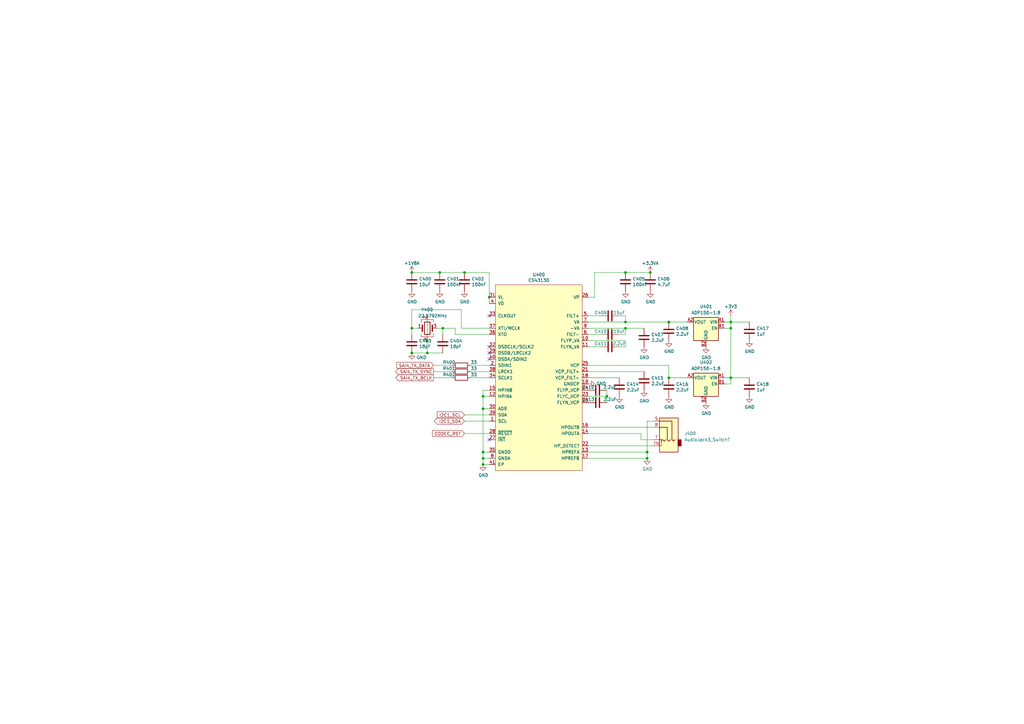
<source format=kicad_sch>
(kicad_sch (version 20210126) (generator eeschema)
  (paper "A3")
  (title_block (title "Fobu") (date "2021-02-17") (rev "0.3") (company "Wenting Zhang") (comment 1 "zephray@outlook.com"))
  (lib_symbols
    (symbol "Device:C" (pin_numbers hide) (pin_names (offset 0.254))
      (property "Reference" "C" (at 0.635 2.54 0))
      (property "Value" "C" (at 0.635 -2.54 0))
      (symbol "C_0_1"
        (polyline (pts (xy -2.032 -0.762) (xy 2.032 -0.762)) (stroke (width 0.508)))
        (polyline (pts (xy -2.032 0.762) (xy 2.032 0.762)) (stroke (width 0.508)))
      )
      (symbol "C_1_1"
        (pin passive line (at 0 3.81 270) (length 2.794) (name "~") (number "1"))
        (pin passive line (at 0 -3.81 90) (length 2.794) (name "~") (number "2"))
      )
    )
    (symbol "Device:Crystal_GND24" (pin_names (offset 1.016) hide)
      (property "Reference" "Y" (at 3.175 5.08 0))
      (property "Value" "Crystal_GND24" (at 3.175 3.175 0))
      (symbol "Crystal_GND24_0_1"
        (rectangle (start -1.143 2.54) (end 1.143 -2.54) (stroke (width 0.3048)))
        (polyline (pts (xy -2.54 0) (xy -2.032 0)))
        (polyline (pts (xy -2.032 -1.27) (xy -2.032 1.27)) (stroke (width 0.508)))
        (polyline (pts (xy 0 -3.81) (xy 0 -3.556)))
        (polyline (pts (xy 0 3.556) (xy 0 3.81)))
        (polyline (pts (xy 2.032 -1.27) (xy 2.032 1.27)) (stroke (width 0.508)))
        (polyline (pts (xy 2.032 0) (xy 2.54 0)))
        (polyline (pts (xy -2.54 -2.286) (xy -2.54 -3.556) (xy 2.54 -3.556) (xy 2.54 -2.286)))
        (polyline (pts (xy -2.54 2.286) (xy -2.54 3.556) (xy 2.54 3.556) (xy 2.54 2.286)))
      )
      (symbol "Crystal_GND24_1_1"
        (pin passive line (at -3.81 0 0) (length 1.27) (name "1") (number "1"))
        (pin passive line (at 0 5.08 270) (length 1.27) (name "2") (number "2"))
        (pin passive line (at 3.81 0 180) (length 1.27) (name "3") (number "3"))
        (pin passive line (at 0 -5.08 90) (length 1.27) (name "4") (number "4"))
      )
    )
    (symbol "Device:R" (pin_numbers hide) (pin_names (offset 0))
      (property "Reference" "R" (at 2.032 0 90))
      (property "Value" "R" (at 0 0 90))
      (symbol "R_0_1"
        (rectangle (start -1.016 -2.54) (end 1.016 2.54) (stroke (width 0.254)))
      )
      (symbol "R_1_1"
        (pin passive line (at 0 3.81 270) (length 1.27) (name "~") (number "1"))
        (pin passive line (at 0 -3.81 90) (length 1.27) (name "~") (number "2"))
      )
    )
    (symbol "power:+3.3VA" (power) (pin_names (offset 0))
      (property "Value" "+3.3VA" (at 0 3.556 0))
      (symbol "+3.3VA_0_1"
        (polyline (pts (xy -0.762 1.27) (xy 0 2.54)))
        (polyline (pts (xy 0 0) (xy 0 2.54)))
        (polyline (pts (xy 0 2.54) (xy 0.762 1.27)))
      )
      (symbol "+3.3VA_1_1"
        (pin power_in line (at 0 0 90) (length 0) hide (name "+3.3VA") (number "1"))
      )
    )
    (symbol "power:+3V3" (power) (pin_names (offset 0))
      (property "Value" "+3V3" (at 0 3.556 0))
      (symbol "+3V3_0_1"
        (polyline (pts (xy -0.762 1.27) (xy 0 2.54)))
        (polyline (pts (xy 0 0) (xy 0 2.54)))
        (polyline (pts (xy 0 2.54) (xy 0.762 1.27)))
      )
      (symbol "+3V3_1_1"
        (pin power_in line (at 0 0 90) (length 0) hide (name "+3V3") (number "1"))
      )
    )
    (symbol "power:GND" (power) (pin_names (offset 0))
      (property "Value" "GND" (at 0 -3.81 0))
      (symbol "GND_0_1"
        (polyline (pts (xy 0 0) (xy 0 -1.27) (xy 1.27 -1.27) (xy 0 -2.54) (xy -1.27 -1.27) (xy 0 -1.27)))
      )
      (symbol "GND_1_1"
        (pin power_in line (at 0 0 270) (length 0) hide (name "GND") (number "1"))
      )
    )
    (symbol "symbols:+1V8A" (power) (pin_names (offset 0))
      (property "Value" "+1V8A" (at 0 3.556 0))
      (symbol "+1V8A_0_1"
        (polyline (pts (xy -0.762 1.27) (xy 0 2.54)))
        (polyline (pts (xy 0 0) (xy 0 2.54)))
        (polyline (pts (xy 0 2.54) (xy 0.762 1.27)))
      )
      (symbol "+1V8A_1_1"
        (pin power_in line (at 0 0 90) (length 0) hide (name "+1V8A") (number "1"))
      )
    )
    (symbol "symbols:ADP150-1.8" (pin_names (offset 0.254))
      (property "Reference" "U" (at -5.08 5.715 0))
      (property "Value" "ADP150-1.8" (at 0 5.715 0))
      (symbol "ADP150-1.8_0_1"
        (rectangle (start -5.08 4.445) (end 5.08 -5.08) (stroke (width 0.254)) (fill (type background)))
      )
      (symbol "ADP150-1.8_1_1"
        (pin power_in line (at -7.62 2.54 0) (length 2.54) (name "VIN") (number "A1"))
        (pin power_in line (at 0 -7.62 90) (length 2.54) (name "GND") (number "B2"))
        (pin input line (at -7.62 0 0) (length 2.54) (name "EN") (number "B1"))
        (pin power_out line (at 7.62 2.54 180) (length 2.54) (name "VOUT") (number "A2"))
      )
    )
    (symbol "symbols:AudioJack3_SwitchT"
      (property "Reference" "J" (at 0 8.89 0))
      (property "Value" "AudioJack3_SwitchT" (at 0 6.35 0))
      (symbol "AudioJack3_SwitchT_0_1"
        (rectangle (start -5.08 -5.08) (end -6.35 -7.62) (stroke (width 0.254)) (fill (type outline)))
        (rectangle (start 2.54 3.81) (end -5.08 -10.16) (stroke (width 0.254)) (fill (type background)))
        (polyline (pts (xy 1.778 -5.334) (xy 2.032 -5.842)))
        (polyline (pts (xy 0 -5.08) (xy 0.635 -5.715) (xy 1.27 -5.08) (xy 2.54 -5.08)) (stroke (width 0.254)))
        (polyline (pts (xy 2.54 -7.62) (xy 1.778 -7.62) (xy 1.778 -5.334) (xy 1.524 -5.842)))
        (polyline (pts (xy -1.905 -5.08) (xy -1.27 -5.715) (xy -0.635 -5.08) (xy -0.635 0) (xy 2.54 0)) (stroke (width 0.254)))
        (polyline (pts (xy 2.54 2.54) (xy -2.54 2.54) (xy -2.54 -5.08) (xy -3.175 -5.715) (xy -3.81 -5.08)) (stroke (width 0.254)))
      )
      (symbol "AudioJack3_SwitchT_1_1"
        (pin passive line (at 5.08 0 180) (length 2.54) (name "~") (number "R"))
        (pin passive line (at 5.08 2.54 180) (length 2.54) (name "~") (number "S"))
        (pin passive line (at 5.08 -5.08 180) (length 2.54) (name "~") (number "T"))
        (pin passive line (at 5.08 -7.62 180) (length 2.54) (name "~") (number "TN"))
      )
    )
    (symbol "symbols:CS43130" (pin_names (offset 1.016))
      (property "Reference" "U" (at -15.24 40.64 0))
      (property "Value" "CS43130" (at -12.7 38.1 0))
      (symbol "CS43130_0_1"
        (rectangle (start -17.78 35.56) (end 17.78 -40.64) (fill (type background)))
      )
      (symbol "CS43130_1_1"
        (pin input line (at -20.32 -20.32 0) (length 2.54) (name "SCL") (number "1"))
        (pin power_out line (at 20.32 12.7 180) (length 2.54) (name "FLYP_VA") (number "10"))
        (pin power_out line (at 20.32 10.16 180) (length 2.54) (name "FLYN_VA") (number "11"))
        (pin input line (at -20.32 -10.16 0) (length 2.54) (name "HPINA") (number "12"))
        (pin input line (at 20.32 -33.02 180) (length 2.54) (name "HPREFA") (number "13"))
        (pin power_out line (at 20.32 -25.4 180) (length 2.54) (name "HPOUTA") (number "14"))
        (pin input line (at -20.32 -7.62 0) (length 2.54) (name "HPINB") (number "15"))
        (pin power_out line (at 20.32 -22.86 180) (length 2.54) (name "HPOUTB") (number "16"))
        (pin input line (at 20.32 -35.56 180) (length 2.54) (name "HPREFB") (number "17"))
        (pin power_out line (at 20.32 -2.54 180) (length 2.54) (name "VCP_FILT-") (number "18"))
        (pin power_out line (at 20.32 -5.08 180) (length 2.54) (name "GNDCP") (number "19"))
        (pin input line (at -20.32 2.54 0) (length 2.54) (name "SDIN1") (number "2"))
        (pin power_out line (at 20.32 -12.7 180) (length 2.54) (name "FLYN_VCP") (number "20"))
        (pin power_out line (at 20.32 0 180) (length 2.54) (name "VCP_FILT+") (number "21"))
        (pin input line (at 20.32 -30.48 180) (length 2.54) (name "HP_DETECT") (number "22"))
        (pin power_out line (at 20.32 -10.16 180) (length 2.54) (name "FLYC_VCP") (number "23"))
        (pin power_out line (at 20.32 -7.62 180) (length 2.54) (name "FLYP_VCP") (number "24"))
        (pin power_out line (at 20.32 2.54 180) (length 2.54) (name "VCP") (number "25"))
        (pin power_in line (at 20.32 30.48 180) (length 2.54) (name "VP") (number "26"))
        (pin output line (at -20.32 -27.94 0) (length 2.54) (name "~INT") (number "27"))
        (pin input line (at -20.32 -25.4 0) (length 2.54) (name "~RESET") (number "28"))
        (pin bidirectional line (at -20.32 7.62 0) (length 2.54) (name "DSDB/LRCLK2") (number "29"))
        (pin input line (at -20.32 -15.24 0) (length 2.54) (name "ADR") (number "30"))
        (pin power_in line (at -20.32 30.48 0) (length 2.54) (name "VL") (number "31"))
        (pin bidirectional line (at -20.32 10.16 0) (length 2.54) (name "DSDCLK/SCLK2") (number "32"))
        (pin output line (at -20.32 22.86 0) (length 2.54) (name "CLKOUT") (number "33"))
        (pin bidirectional line (at -20.32 -2.54 0) (length 2.54) (name "SCLK1") (number "34"))
        (pin power_in line (at -20.32 -33.02 0) (length 2.54) (name "GNDD") (number "35"))
        (pin input line (at -20.32 15.24 0) (length 2.54) (name "XTO") (number "36"))
        (pin input line (at -20.32 17.78 0) (length 2.54) (name "XTI/MCLK") (number "37"))
        (pin bidirectional line (at -20.32 0 0) (length 2.54) (name "LRCK1") (number "38"))
        (pin bidirectional line (at -20.32 -17.78 0) (length 2.54) (name "SDA") (number "39"))
        (pin power_in line (at -20.32 27.94 0) (length 2.54) (name "VD") (number "4"))
        (pin input line (at -20.32 5.08 0) (length 2.54) (name "DSDA/SDIN2") (number "40"))
        (pin power_in line (at -20.32 -38.1 0) (length 2.54) (name "EP") (number "41"))
        (pin power_out line (at 20.32 22.86 180) (length 2.54) (name "FILT+") (number "5"))
        (pin power_out line (at 20.32 15.24 180) (length 2.54) (name "FILT-") (number "6"))
        (pin power_out line (at 20.32 20.32 180) (length 2.54) (name "VA") (number "7"))
        (pin power_in line (at -20.32 -35.56 0) (length 2.54) (name "GNDA") (number "8"))
        (pin power_out line (at 20.32 17.78 180) (length 2.54) (name "-VA") (number "9"))
      )
    )
  )
  (junction (at 168.91 111.76) (diameter 0.9144))
  (junction (at 168.91 134.62) (diameter 0.9144))
  (junction (at 168.91 144.78) (diameter 0.9144))
  (junction (at 175.26 139.7) (diameter 0.9144))
  (junction (at 175.26 144.78) (diameter 0.9144))
  (junction (at 180.34 111.76) (diameter 0.9144))
  (junction (at 181.61 134.62) (diameter 0.9144))
  (junction (at 190.5 111.76) (diameter 0.9144))
  (junction (at 198.12 162.56) (diameter 0.9144))
  (junction (at 198.12 167.64) (diameter 0.9144))
  (junction (at 198.12 185.42) (diameter 0.9144))
  (junction (at 198.12 187.96) (diameter 0.9144))
  (junction (at 198.12 190.5) (diameter 0.9144))
  (junction (at 200.66 121.92) (diameter 0.9144))
  (junction (at 248.92 162.56) (diameter 0.9144))
  (junction (at 256.54 111.76) (diameter 0.9144))
  (junction (at 256.54 132.08) (diameter 0.9144))
  (junction (at 256.54 134.62) (diameter 0.9144))
  (junction (at 265.43 185.42) (diameter 0.9144))
  (junction (at 265.43 187.96) (diameter 0.9144))
  (junction (at 266.7 111.76) (diameter 0.9144))
  (junction (at 274.32 132.08) (diameter 0.9144))
  (junction (at 274.32 154.94) (diameter 0.9144))
  (junction (at 299.72 132.08) (diameter 0.9144))
  (junction (at 299.72 134.62) (diameter 0.9144))
  (junction (at 299.72 154.94) (diameter 0.9144))
  (no_connect (at 200.66 129.54))
  (no_connect (at 200.66 142.24))
  (no_connect (at 200.66 144.78))
  (no_connect (at 200.66 147.32))
  (no_connect (at 200.66 180.34))
  (wire (pts (xy 168.91 111.76) (xy 180.34 111.76)))
  (wire (pts (xy 168.91 127) (xy 189.23 127)))
  (wire (pts (xy 168.91 134.62) (xy 168.91 127)))
  (wire (pts (xy 168.91 137.16) (xy 168.91 134.62)))
  (wire (pts (xy 171.45 134.62) (xy 168.91 134.62)))
  (wire (pts (xy 175.26 129.54) (xy 175.26 139.7)))
  (wire (pts (xy 175.26 139.7) (xy 175.26 144.78)))
  (wire (pts (xy 175.26 144.78) (xy 168.91 144.78)))
  (wire (pts (xy 177.8 149.86) (xy 185.42 149.86)))
  (wire (pts (xy 177.8 152.4) (xy 185.42 152.4)))
  (wire (pts (xy 177.8 154.94) (xy 185.42 154.94)))
  (wire (pts (xy 179.07 134.62) (xy 181.61 134.62)))
  (wire (pts (xy 180.34 111.76) (xy 190.5 111.76)))
  (wire (pts (xy 181.61 134.62) (xy 181.61 137.16)))
  (wire (pts (xy 181.61 134.62) (xy 186.69 134.62)))
  (wire (pts (xy 181.61 144.78) (xy 175.26 144.78)))
  (wire (pts (xy 186.69 134.62) (xy 186.69 137.16)))
  (wire (pts (xy 186.69 137.16) (xy 200.66 137.16)))
  (wire (pts (xy 189.23 134.62) (xy 189.23 127)))
  (wire (pts (xy 190.5 111.76) (xy 200.66 111.76)))
  (wire (pts (xy 190.5 170.18) (xy 200.66 170.18)))
  (wire (pts (xy 190.5 172.72) (xy 200.66 172.72)))
  (wire (pts (xy 190.5 177.8) (xy 200.66 177.8)))
  (wire (pts (xy 193.04 149.86) (xy 200.66 149.86)))
  (wire (pts (xy 193.04 152.4) (xy 200.66 152.4)))
  (wire (pts (xy 193.04 154.94) (xy 200.66 154.94)))
  (wire (pts (xy 198.12 160.02) (xy 198.12 162.56)))
  (wire (pts (xy 198.12 162.56) (xy 198.12 167.64)))
  (wire (pts (xy 198.12 167.64) (xy 198.12 185.42)))
  (wire (pts (xy 198.12 185.42) (xy 198.12 187.96)))
  (wire (pts (xy 198.12 187.96) (xy 198.12 190.5)))
  (wire (pts (xy 200.66 111.76) (xy 200.66 121.92)))
  (wire (pts (xy 200.66 121.92) (xy 200.66 124.46)))
  (wire (pts (xy 200.66 134.62) (xy 189.23 134.62)))
  (wire (pts (xy 200.66 160.02) (xy 198.12 160.02)))
  (wire (pts (xy 200.66 162.56) (xy 198.12 162.56)))
  (wire (pts (xy 200.66 167.64) (xy 198.12 167.64)))
  (wire (pts (xy 200.66 185.42) (xy 198.12 185.42)))
  (wire (pts (xy 200.66 187.96) (xy 198.12 187.96)))
  (wire (pts (xy 200.66 190.5) (xy 198.12 190.5)))
  (wire (pts (xy 241.3 129.54) (xy 246.38 129.54)))
  (wire (pts (xy 241.3 132.08) (xy 256.54 132.08)))
  (wire (pts (xy 241.3 134.62) (xy 256.54 134.62)))
  (wire (pts (xy 241.3 139.7) (xy 256.54 139.7)))
  (wire (pts (xy 241.3 149.86) (xy 274.32 149.86)))
  (wire (pts (xy 241.3 152.4) (xy 264.16 152.4)))
  (wire (pts (xy 241.3 154.94) (xy 254 154.94)))
  (wire (pts (xy 241.3 162.56) (xy 248.92 162.56)))
  (wire (pts (xy 241.3 175.26) (xy 267.97 175.26)))
  (wire (pts (xy 241.3 177.8) (xy 262.89 177.8)))
  (wire (pts (xy 241.3 182.88) (xy 267.97 182.88)))
  (wire (pts (xy 241.3 185.42) (xy 265.43 185.42)))
  (wire (pts (xy 241.3 187.96) (xy 265.43 187.96)))
  (wire (pts (xy 243.84 111.76) (xy 243.84 121.92)))
  (wire (pts (xy 243.84 121.92) (xy 241.3 121.92)))
  (wire (pts (xy 246.38 137.16) (xy 241.3 137.16)))
  (wire (pts (xy 246.38 142.24) (xy 241.3 142.24)))
  (wire (pts (xy 248.92 162.56) (xy 248.92 160.02)))
  (wire (pts (xy 248.92 165.1) (xy 248.92 162.56)))
  (wire (pts (xy 254 129.54) (xy 256.54 129.54)))
  (wire (pts (xy 254 137.16) (xy 256.54 137.16)))
  (wire (pts (xy 256.54 111.76) (xy 243.84 111.76)))
  (wire (pts (xy 256.54 129.54) (xy 256.54 132.08)))
  (wire (pts (xy 256.54 132.08) (xy 274.32 132.08)))
  (wire (pts (xy 256.54 134.62) (xy 264.16 134.62)))
  (wire (pts (xy 256.54 137.16) (xy 256.54 134.62)))
  (wire (pts (xy 256.54 139.7) (xy 256.54 142.24)))
  (wire (pts (xy 256.54 142.24) (xy 254 142.24)))
  (wire (pts (xy 262.89 180.34) (xy 262.89 177.8)))
  (wire (pts (xy 265.43 172.72) (xy 265.43 185.42)))
  (wire (pts (xy 265.43 172.72) (xy 267.97 172.72)))
  (wire (pts (xy 265.43 185.42) (xy 265.43 187.96)))
  (wire (pts (xy 266.7 111.76) (xy 256.54 111.76)))
  (wire (pts (xy 267.97 180.34) (xy 262.89 180.34)))
  (wire (pts (xy 274.32 132.08) (xy 281.94 132.08)))
  (wire (pts (xy 274.32 149.86) (xy 274.32 154.94)))
  (wire (pts (xy 274.32 154.94) (xy 281.94 154.94)))
  (wire (pts (xy 297.18 134.62) (xy 299.72 134.62)))
  (wire (pts (xy 297.18 157.48) (xy 299.72 157.48)))
  (wire (pts (xy 299.72 129.54) (xy 299.72 132.08)))
  (wire (pts (xy 299.72 132.08) (xy 297.18 132.08)))
  (wire (pts (xy 299.72 134.62) (xy 299.72 132.08)))
  (wire (pts (xy 299.72 134.62) (xy 299.72 154.94)))
  (wire (pts (xy 299.72 154.94) (xy 297.18 154.94)))
  (wire (pts (xy 299.72 157.48) (xy 299.72 154.94)))
  (wire (pts (xy 307.34 132.08) (xy 299.72 132.08)))
  (wire (pts (xy 307.34 154.94) (xy 299.72 154.94)))
  (global_label "SAI4_TX_DATA" (shape input) (at 177.8 149.86 180) (property "Intersheet References" "${INTERSHEET_REFS}" (effects hide)))
  (global_label "SAI4_TX_SYNC" (shape output) (at 177.8 152.4 180) (property "Intersheet References" "${INTERSHEET_REFS}" (effects hide)))
  (global_label "SAI4_TX_BCLK" (shape output) (at 177.8 154.94 180) (property "Intersheet References" "${INTERSHEET_REFS}" (effects hide)))
  (global_label "I2C1_SCL" (shape input) (at 190.5 170.18 180) (property "Intersheet References" "${INTERSHEET_REFS}" (effects hide)))
  (global_label "I2C1_SDA" (shape bidirectional) (at 190.5 172.72 180) (property "Intersheet References" "${INTERSHEET_REFS}" (effects hide)))
  (global_label "CODEC_RST" (shape input) (at 190.5 177.8 180) (property "Intersheet References" "${INTERSHEET_REFS}" (effects hide)))
  (symbol (lib_id "symbols:+1V8A") (at 168.91 111.76 0) (unit 1)
    (property "Reference" "#PWR0244" (effects hide))
    (property "Value" "+1V8A" (at 168.91 107.95 0))
  )
  (symbol (lib_id "power:+3.3VA") (at 266.7 111.76 0) (unit 1)
    (property "Reference" "#PWR0208" (effects hide))
    (property "Value" "+3.3VA" (at 266.7 107.95 0))
  )
  (symbol (lib_id "power:+3V3") (at 299.72 129.54 0) (unit 1)
    (property "Reference" "#PWR0212" (effects hide))
    (property "Value" "+3V3" (at 299.72 125.73 0))
  )
  (symbol (lib_id "power:GND") (at 168.91 119.38 0) (unit 1)
    (property "Reference" "#PWR0197" (effects hide))
    (property "Value" "GND" (at 169.037 123.7742 0))
  )
  (symbol (lib_id "power:GND") (at 168.91 144.78 0) (unit 1)
    (property "Reference" "#PWR0210" (effects hide))
    (property "Value" "GND" (at 172.847 146.6342 0))
  )
  (symbol (lib_id "power:GND") (at 180.34 119.38 0) (unit 1)
    (property "Reference" "#PWR0204" (effects hide))
    (property "Value" "GND" (at 180.467 123.7742 0))
  )
  (symbol (lib_id "power:GND") (at 190.5 119.38 0) (unit 1)
    (property "Reference" "#PWR0199" (effects hide))
    (property "Value" "GND" (at 190.627 123.7742 0))
  )
  (symbol (lib_id "power:GND") (at 198.12 190.5 0) (unit 1)
    (property "Reference" "#PWR0194" (effects hide))
    (property "Value" "GND" (at 198.247 194.8942 0))
  )
  (symbol (lib_id "power:GND") (at 241.3 157.48 90) (unit 1)
    (property "Reference" "#PWR0195" (effects hide))
    (property "Value" "GND" (at 244.5512 157.353 90) (effects (justify right)))
  )
  (symbol (lib_id "power:GND") (at 254 162.56 0) (unit 1)
    (property "Reference" "#PWR0214" (effects hide))
    (property "Value" "GND" (at 254.127 166.9542 0))
  )
  (symbol (lib_id "power:GND") (at 256.54 119.38 0) (unit 1)
    (property "Reference" "#PWR0207" (effects hide))
    (property "Value" "GND" (at 256.667 123.7742 0))
  )
  (symbol (lib_id "power:GND") (at 264.16 142.24 0) (unit 1)
    (property "Reference" "#PWR0205" (effects hide))
    (property "Value" "GND" (at 264.287 146.6342 0))
  )
  (symbol (lib_id "power:GND") (at 264.16 160.02 0) (unit 1)
    (property "Reference" "#PWR0215" (effects hide))
    (property "Value" "GND" (at 264.287 164.4142 0))
  )
  (symbol (lib_id "power:GND") (at 265.43 187.96 0) (unit 1)
    (property "Reference" "#PWR0196" (effects hide))
    (property "Value" "GND" (at 265.557 192.3542 0))
  )
  (symbol (lib_id "power:GND") (at 266.7 119.38 0) (unit 1)
    (property "Reference" "#PWR0209" (effects hide))
    (property "Value" "GND" (at 266.827 123.7742 0))
  )
  (symbol (lib_id "power:GND") (at 274.32 139.7 0) (unit 1)
    (property "Reference" "#PWR0206" (effects hide))
    (property "Value" "GND" (at 274.447 144.0942 0))
  )
  (symbol (lib_id "power:GND") (at 274.32 162.56 0) (unit 1)
    (property "Reference" "#PWR0217" (effects hide))
    (property "Value" "GND" (at 274.447 166.9542 0))
  )
  (symbol (lib_id "power:GND") (at 289.56 142.24 0) (unit 1)
    (property "Reference" "#PWR0213" (effects hide))
    (property "Value" "GND" (at 289.687 146.6342 0))
  )
  (symbol (lib_id "power:GND") (at 289.56 165.1 0) (unit 1)
    (property "Reference" "#PWR0216" (effects hide))
    (property "Value" "GND" (at 289.687 169.4942 0))
  )
  (symbol (lib_id "power:GND") (at 307.34 139.7 0) (unit 1)
    (property "Reference" "#PWR0211" (effects hide))
    (property "Value" "GND" (at 307.467 144.0942 0))
  )
  (symbol (lib_id "power:GND") (at 307.34 162.56 0) (unit 1)
    (property "Reference" "#PWR0218" (effects hide))
    (property "Value" "GND" (at 307.467 166.9542 0))
  )
  (symbol (lib_id "Device:R") (at 189.23 149.86 270) (unit 1)
    (property "Reference" "R400" (at 184.15 148.59 90))
    (property "Value" "33" (at 194.31 148.59 90))
    (property "Footprint" "Resistor_SMD:R_0402_1005Metric" (effects hide))
  )
  (symbol (lib_id "Device:R") (at 189.23 152.4 270) (unit 1)
    (property "Reference" "R401" (at 184.15 151.13 90))
    (property "Value" "33" (at 194.31 151.13 90))
    (property "Footprint" "Resistor_SMD:R_0402_1005Metric" (effects hide))
  )
  (symbol (lib_id "Device:R") (at 189.23 154.94 270) (unit 1)
    (property "Reference" "R402" (at 184.15 153.67 90))
    (property "Value" "33" (at 194.31 153.67 90))
    (property "Footprint" "Resistor_SMD:R_0402_1005Metric" (effects hide))
  )
  (symbol (lib_id "Device:C") (at 168.91 115.57 0) (unit 1)
    (property "Reference" "C400" (at 171.831 114.402 0) (effects (justify left)))
    (property "Value" "10uF" (at 171.831 116.713 0) (effects (justify left)))
    (property "Footprint" "Capacitor_SMD:C_0402_1005Metric" (effects hide))
  )
  (symbol (lib_id "Device:C") (at 168.91 140.97 0) (unit 1)
    (property "Reference" "C403" (at 171.831 139.802 0) (effects (justify left)))
    (property "Value" "18pF" (at 171.831 142.113 0) (effects (justify left)))
    (property "Footprint" "Capacitor_SMD:C_0201_0603Metric" (effects hide))
  )
  (symbol (lib_id "Device:C") (at 180.34 115.57 0) (unit 1)
    (property "Reference" "C401" (at 183.261 114.402 0) (effects (justify left)))
    (property "Value" "100nF" (at 183.261 116.713 0) (effects (justify left)))
    (property "Footprint" "Capacitor_SMD:C_0201_0603Metric" (effects hide))
  )
  (symbol (lib_id "Device:C") (at 181.61 140.97 0) (unit 1)
    (property "Reference" "C404" (at 184.531 139.802 0) (effects (justify left)))
    (property "Value" "18pF" (at 184.531 142.113 0) (effects (justify left)))
    (property "Footprint" "Capacitor_SMD:C_0201_0603Metric" (effects hide))
  )
  (symbol (lib_id "Device:C") (at 190.5 115.57 0) (unit 1)
    (property "Reference" "C402" (at 193.421 114.402 0) (effects (justify left)))
    (property "Value" "100nF" (at 193.421 116.713 0) (effects (justify left)))
    (property "Footprint" "Capacitor_SMD:C_0201_0603Metric" (effects hide))
  )
  (symbol (lib_id "Device:C") (at 245.11 160.02 270) (unit 1)
    (property "Reference" "C412" (at 241.3 158.75 90))
    (property "Value" "2.2uF" (at 250.19 158.75 90))
    (property "Footprint" "Capacitor_SMD:C_0402_1005Metric" (effects hide))
  )
  (symbol (lib_id "Device:C") (at 245.11 165.1 270) (unit 1)
    (property "Reference" "C413" (at 241.3 163.83 90))
    (property "Value" "2.2uF" (at 250.19 163.83 90))
    (property "Footprint" "Capacitor_SMD:C_0402_1005Metric" (effects hide))
  )
  (symbol (lib_id "Device:C") (at 250.19 129.54 270) (unit 1)
    (property "Reference" "C409" (at 246.38 128.27 90))
    (property "Value" "15uF" (at 254 128.27 90))
    (property "Footprint" "Capacitor_SMD:C_0603_1608Metric" (effects hide))
  )
  (symbol (lib_id "Device:C") (at 250.19 137.16 270) (unit 1)
    (property "Reference" "C410" (at 246.38 135.89 90))
    (property "Value" "15uF" (at 254 135.89 90))
    (property "Footprint" "Capacitor_SMD:C_0603_1608Metric" (effects hide))
  )
  (symbol (lib_id "Device:C") (at 250.19 142.24 270) (unit 1)
    (property "Reference" "C411" (at 246.38 140.97 90))
    (property "Value" "2.2uF" (at 254 140.97 90))
    (property "Footprint" "Capacitor_SMD:C_0402_1005Metric" (effects hide))
  )
  (symbol (lib_id "Device:C") (at 254 158.75 0) (unit 1)
    (property "Reference" "C414" (at 256.921 157.582 0) (effects (justify left)))
    (property "Value" "2.2uF" (at 256.921 159.893 0) (effects (justify left)))
    (property "Footprint" "Capacitor_SMD:C_0402_1005Metric" (effects hide))
  )
  (symbol (lib_id "Device:C") (at 256.54 115.57 0) (unit 1)
    (property "Reference" "C405" (at 259.461 114.402 0) (effects (justify left)))
    (property "Value" "100nF" (at 259.461 116.713 0) (effects (justify left)))
    (property "Footprint" "Capacitor_SMD:C_0201_0603Metric" (effects hide))
  )
  (symbol (lib_id "Device:C") (at 264.16 138.43 0) (unit 1)
    (property "Reference" "C407" (at 267.081 137.262 0) (effects (justify left)))
    (property "Value" "2.2uF" (at 267.081 139.573 0) (effects (justify left)))
    (property "Footprint" "Capacitor_SMD:C_0402_1005Metric" (effects hide))
  )
  (symbol (lib_id "Device:C") (at 264.16 156.21 0) (unit 1)
    (property "Reference" "C415" (at 267.081 155.042 0) (effects (justify left)))
    (property "Value" "2.2uF" (at 267.081 157.353 0) (effects (justify left)))
    (property "Footprint" "Capacitor_SMD:C_0402_1005Metric" (effects hide))
  )
  (symbol (lib_id "Device:C") (at 266.7 115.57 0) (unit 1)
    (property "Reference" "C406" (at 269.621 114.402 0) (effects (justify left)))
    (property "Value" "4.7uF" (at 269.621 116.713 0) (effects (justify left)))
    (property "Footprint" "Capacitor_SMD:C_0402_1005Metric" (effects hide))
  )
  (symbol (lib_id "Device:C") (at 274.32 135.89 0) (unit 1)
    (property "Reference" "C408" (at 277.241 134.722 0) (effects (justify left)))
    (property "Value" "2.2uF" (at 277.241 137.033 0) (effects (justify left)))
    (property "Footprint" "Capacitor_SMD:C_0402_1005Metric" (effects hide))
  )
  (symbol (lib_id "Device:C") (at 274.32 158.75 0) (unit 1)
    (property "Reference" "C416" (at 277.241 157.582 0) (effects (justify left)))
    (property "Value" "2.2uF" (at 277.241 159.893 0) (effects (justify left)))
    (property "Footprint" "Capacitor_SMD:C_0402_1005Metric" (effects hide))
  )
  (symbol (lib_id "Device:C") (at 307.34 135.89 0) (unit 1)
    (property "Reference" "C417" (at 310.261 134.722 0) (effects (justify left)))
    (property "Value" "1uF" (at 310.261 137.033 0) (effects (justify left)))
    (property "Footprint" "Capacitor_SMD:C_0402_1005Metric" (effects hide))
  )
  (symbol (lib_id "Device:C") (at 307.34 158.75 0) (unit 1)
    (property "Reference" "C418" (at 310.261 157.582 0) (effects (justify left)))
    (property "Value" "1uF" (at 310.261 159.893 0) (effects (justify left)))
    (property "Footprint" "Capacitor_SMD:C_0402_1005Metric" (effects hide))
  )
  (symbol (lib_id "Device:Crystal_GND24") (at 175.26 134.62 0) (unit 1)
    (property "Reference" "Y400" (at 172.72 127 0) (effects (justify left)))
    (property "Value" "22.5792MHz" (at 171.45 129.54 0) (effects (justify left)))
    (property "Footprint" "Oscillator:Oscillator_SMD_Abracon_ASE-4Pin_3.2x2.5mm" (effects hide))
  )
  (symbol (lib_id "symbols:AudioJack3_SwitchT") (at 273.05 175.26 0) (mirror y) (unit 1)
    (property "Reference" "J400" (at 280.67 177.8 0) (effects (justify right)))
    (property "Value" "AudioJack3_SwitchT" (at 280.67 180.34 0) (effects (justify right)))
    (property "Footprint" "footprint:PJ-327E" (effects hide))
  )
  (symbol (lib_id "symbols:ADP150-1.8") (at 289.56 134.62 0) (mirror y) (unit 1)
    (property "Reference" "U401" (at 289.56 125.73 0))
    (property "Value" "ADP150-1.8" (at 289.56 128.27 0))
    (property "Footprint" "footprint:CSP-4_2x2_0.8x0.8mm" (effects hide))
    (property "Datasheet" "https://www.analog.com/media/en/technical-documentation/data-sheets/ADP150.pdf" (effects hide))
  )
  (symbol (lib_id "symbols:ADP150-1.8") (at 289.56 157.48 0) (mirror y) (unit 1)
    (property "Reference" "U402" (at 289.56 148.59 0))
    (property "Value" "ADP150-1.8" (at 289.56 151.13 0))
    (property "Footprint" "footprint:CSP-4_2x2_0.8x0.8mm" (effects hide))
    (property "Datasheet" "https://www.analog.com/media/en/technical-documentation/data-sheets/ADP150.pdf" (effects hide))
  )
  (symbol (lib_id "symbols:CS43130") (at 220.98 152.4 0) (unit 1)
    (property "Reference" "U400" (at 220.98 112.649 0))
    (property "Value" "CS43130" (at 220.98 114.9604 0))
    (property "Footprint" "Package_DFN_QFN:QFN-40-1EP_5x5mm_P0.4mm_EP3.6x3.6mm_ThermalVias" (effects hide))
  )
)
</source>
